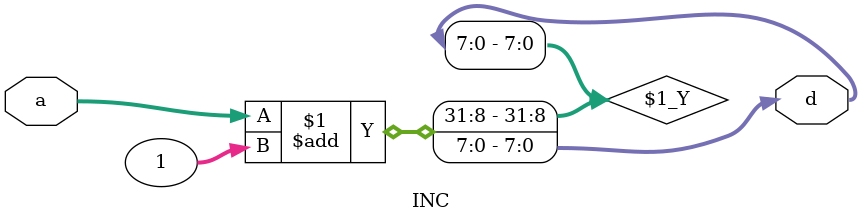
<source format=v>
`timescale 1ns / 1ps


module INC #(parameter DATA_WIDTH = 8) (
    input [DATA_WIDTH-1:0] a,
    output [DATA_WIDTH-1:0] d
);

assign d = a + 1 ;

endmodule

</source>
